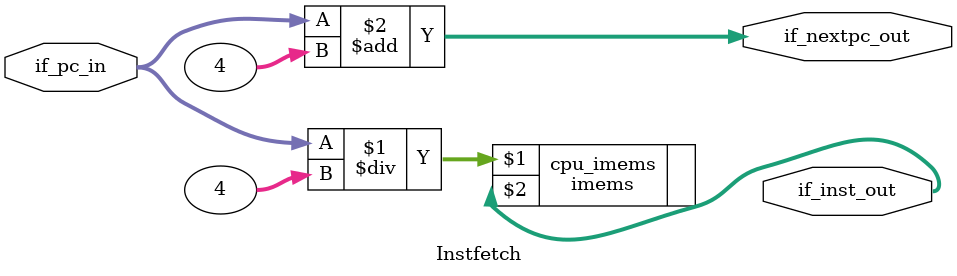
<source format=v>
`timescale 1ns / 1ps
module Instfetch(
    input [31:0] if_pc_in,
    output [31:0] if_inst_out,
    output [31:0] if_nextpc_out
    );
    imems cpu_imems(
        if_pc_in/4, 
        if_inst_out
    );
//    imem cpu_imem
//    (
//        if_pc_in,
//        if_inst_out
//    );
    assign if_nextpc_out = if_pc_in + 4;
endmodule

</source>
